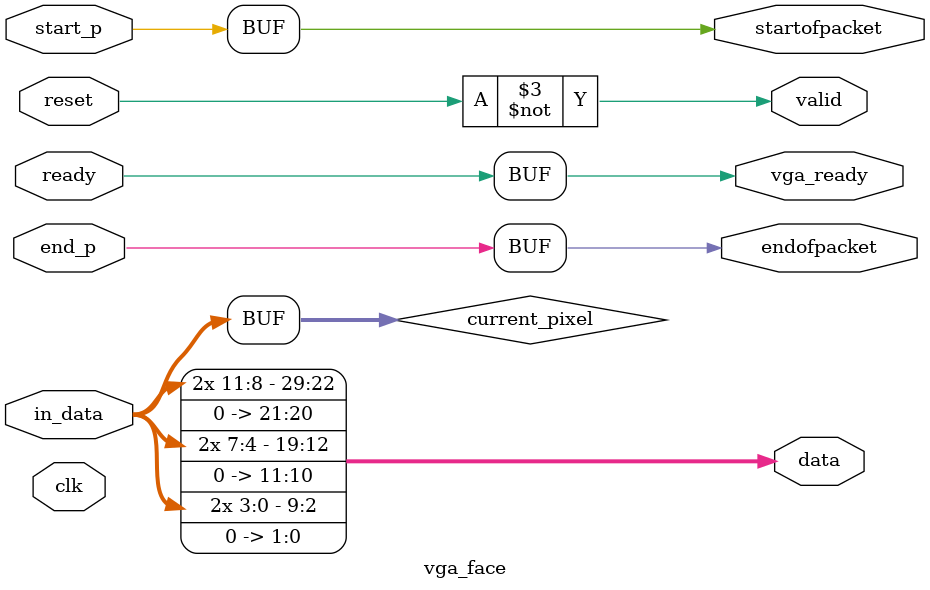
<source format=sv>
module vga_face (
    input  logic        clk,             
    input  logic        reset,               // 0: Happy, 1: Neutral, 2: Angry
	 input  logic			[11:0] in_data,
	 input  logic 			start_p,
	 input  logic 			end_p,
	 

    // Avalon-ST Interface:
    output logic [29:0] data,            // Data output to VGA (8 bits each for R, G, B + additional control bits)
    output logic        startofpacket,   // Start of packet signal
    output logic        endofpacket,     // End of packet signal
    output logic        valid,           // Data valid signal
    input  logic        ready,            // Data ready signal from VGA
	 output logic 			vga_ready
);

    // Your VGA Face Code Here!
	 //logic [15:0] pitch = 4000;
	 //logic        mic_en = 1;
	 //logic [2:0]	filter_mode = 1; // 0 for no filter, 1 for grey, 2 for shift

    //localparam NumPixels     = 320*240; // Total number of pixels on the 640x480 screen
    localparam NumColourBits = 12;         // We are using a 3-bit colour space to fit 3 images within the 3.888 Mbits of BRAM on our FPGA.


    //logic [NumColourBits-1:0] cam_q;
    logic read_enable; // Need to have a read enable signal for the BRAM
    assign read_enable = reset | (valid & ready); // If reset, read the first pixel value. If valid&ready (handshake), read the next pixel value for the next handshake.


    
    /* Complete the TODOs below */

    logic [NumColourBits-1:0] current_pixel; //TODO assign this to one of happy_face_q, neutral_face_q or angry_face_q depending on the value of face_select.

    assign valid = ~reset;//TODO valid should be set to low when we are in reset - otherwise, we are constantly streaming data (valid stays high).

    assign startofpacket = start_p;         // Start of frame
    assign endofpacket = end_p; // End of frame
	assign vga_ready = ready;

	 assign current_pixel = in_data;
	
	assign data = {{2{current_pixel[11:8]}}, 2'b00,
						{2{current_pixel[7:4]}}, 2'b00,
						{2{current_pixel[3:0]}}, 2'b00};


endmodule
</source>
